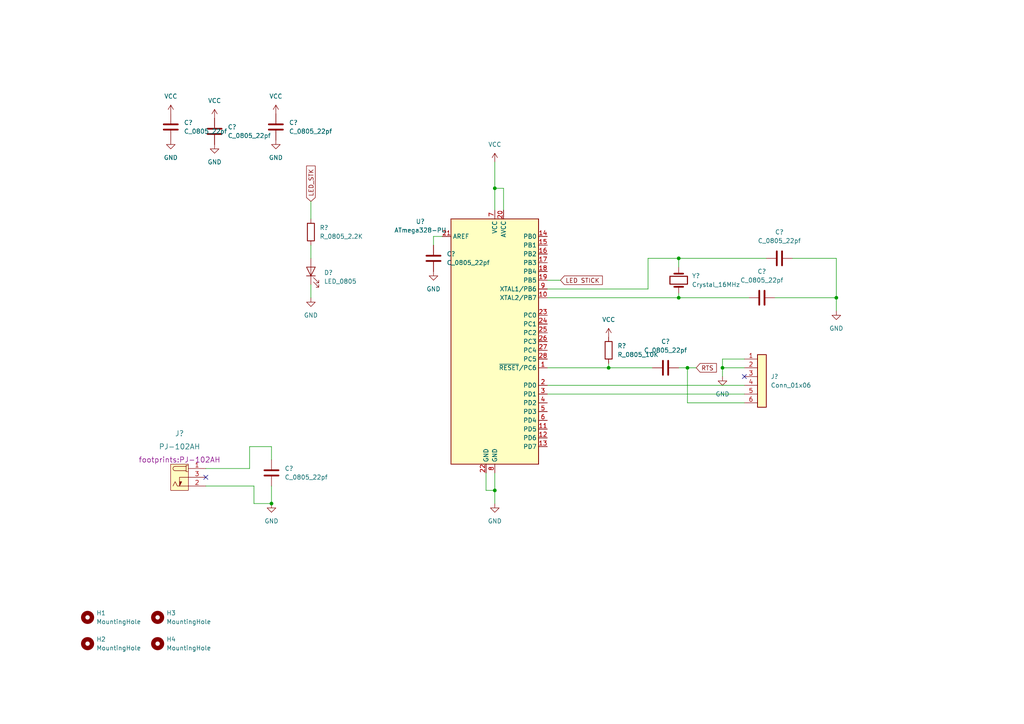
<source format=kicad_sch>
(kicad_sch (version 20211123) (generator eeschema)
  (paper "A4")
  (lib_symbols
    (symbol "HPS:ATmega328-PU"
      (property "Reference" "U" (at -11.43 39.37 0))
      (property "Value" "ATmega328-PU" (at -17.78 38.1 0))
      (symbol "ATmega328-PU_0_1"
        (rectangle (start -12.7 -35.56) (end 12.7 35.56) (stroke (width 0.254)) (fill (type background)))
      )
      (symbol "ATmega328-PU_1_1"
        (pin tri_state line (at 15.24 -7.62 180) (length 2.54) (name "~{RESET}/PC6") (number "1"))
        (pin tri_state line (at 15.24 12.7 180) (length 2.54) (name "XTAL2/PB7") (number "10"))
        (pin tri_state line (at 15.24 -25.4 180) (length 2.54) (name "PD5") (number "11"))
        (pin tri_state line (at 15.24 -27.94 180) (length 2.54) (name "PD6") (number "12"))
        (pin tri_state line (at 15.24 -30.48 180) (length 2.54) (name "PD7") (number "13"))
        (pin tri_state line (at 15.24 30.48 180) (length 2.54) (name "PB0") (number "14"))
        (pin tri_state line (at 15.24 27.94 180) (length 2.54) (name "PB1") (number "15"))
        (pin tri_state line (at 15.24 25.4 180) (length 2.54) (name "PB2") (number "16"))
        (pin tri_state line (at 15.24 22.86 180) (length 2.54) (name "PB3") (number "17"))
        (pin tri_state line (at 15.24 20.32 180) (length 2.54) (name "PB4") (number "18"))
        (pin tri_state line (at 15.24 17.78 180) (length 2.54) (name "PB5") (number "19"))
        (pin tri_state line (at 15.24 -12.7 180) (length 2.54) (name "PD0") (number "2"))
        (pin power_in line (at 2.54 38.1 270) (length 2.54) (name "AVCC") (number "20"))
        (pin passive line (at -15.24 30.48 0) (length 2.54) (name "AREF") (number "21"))
        (pin power_in line (at -2.54 -38.1 90) (length 2.54) (name "GND") (number "22"))
        (pin tri_state line (at 15.24 7.62 180) (length 2.54) (name "PC0") (number "23"))
        (pin tri_state line (at 15.24 5.08 180) (length 2.54) (name "PC1") (number "24"))
        (pin tri_state line (at 15.24 2.54 180) (length 2.54) (name "PC2") (number "25"))
        (pin tri_state line (at 15.24 0 180) (length 2.54) (name "PC3") (number "26"))
        (pin tri_state line (at 15.24 -2.54 180) (length 2.54) (name "PC4") (number "27"))
        (pin tri_state line (at 15.24 -5.08 180) (length 2.54) (name "PC5") (number "28"))
        (pin tri_state line (at 15.24 -15.24 180) (length 2.54) (name "PD1") (number "3"))
        (pin tri_state line (at 15.24 -17.78 180) (length 2.54) (name "PD2") (number "4"))
        (pin tri_state line (at 15.24 -20.32 180) (length 2.54) (name "PD3") (number "5"))
        (pin tri_state line (at 15.24 -22.86 180) (length 2.54) (name "PD4") (number "6"))
        (pin power_in line (at 0 38.1 270) (length 2.54) (name "VCC") (number "7"))
        (pin power_in line (at 0 -38.1 90) (length 2.54) (name "GND") (number "8"))
        (pin tri_state line (at 15.24 15.24 180) (length 2.54) (name "XTAL1/PB6") (number "9"))
      )
    )
    (symbol "HPS:C_0805_22pf" (pin_numbers hide) (pin_names (offset 0.254))
      (property "Reference" "C" (at 0.635 2.54 0))
      (property "Value" "C_0805_22pf" (at 0.635 -2.54 0))
      (symbol "C_0805_22pf_0_1"
        (polyline (pts (xy -2.032 -0.762) (xy 2.032 -0.762)) (stroke (width 0.508)))
        (polyline (pts (xy -2.032 0.762) (xy 2.032 0.762)) (stroke (width 0.508)))
      )
      (symbol "C_0805_22pf_1_1"
        (pin passive line (at 0 3.81 270) (length 2.794) (name "~") (number "1"))
        (pin passive line (at 0 -3.81 90) (length 2.794) (name "~") (number "2"))
      )
    )
    (symbol "HPS:Conn_01x06" (pin_names (offset 1.016) hide)
      (property "Reference" "J" (at 0 7.62 0))
      (property "Value" "Conn_01x06" (at 0 -10.16 0))
      (symbol "Conn_01x06_1_1"
        (rectangle (start -1.27 6.35) (end 1.27 -8.89) (stroke (width 0.254)) (fill (type background)))
        (pin passive line (at -5.08 5.08 0) (length 3.81) (name "Pin_1") (number "1"))
        (pin passive line (at -5.08 2.54 0) (length 3.81) (name "Pin_2") (number "2"))
        (pin passive line (at -5.08 0 0) (length 3.81) (name "Pin_3") (number "3"))
        (pin passive line (at -5.08 -2.54 0) (length 3.81) (name "Pin_4") (number "4"))
        (pin passive line (at -5.08 -5.08 0) (length 3.81) (name "Pin_5") (number "5"))
        (pin passive line (at -5.08 -7.62 0) (length 3.81) (name "Pin_6") (number "6"))
      )
    )
    (symbol "HPS:Crystal_16MHz" (pin_numbers hide) (pin_names (offset 1.016) hide)
      (property "Reference" "Y" (at 0 3.81 0))
      (property "Value" "Crystal_16MHz" (at 0 -3.81 0))
      (symbol "Crystal_16MHz_0_1"
        (rectangle (start -1.143 2.54) (end 1.143 -2.54) (stroke (width 0.3048)))
        (polyline (pts (xy -2.54 0) (xy -1.905 0)))
        (polyline (pts (xy -1.905 -1.27) (xy -1.905 1.27)) (stroke (width 0.508)))
        (polyline (pts (xy 1.905 -1.27) (xy 1.905 1.27)) (stroke (width 0.508)))
        (polyline (pts (xy 2.54 0) (xy 1.905 0)))
      )
      (symbol "Crystal_16MHz_1_1"
        (pin passive line (at -3.81 0 0) (length 1.27) (name "1") (number "1"))
        (pin passive line (at 3.81 0 180) (length 1.27) (name "2") (number "2"))
      )
    )
    (symbol "HPS:GND" (power) (pin_names (offset 0))
      (property "Value" "GND" (at 0 -3.81 0))
      (symbol "GND_0_1"
        (polyline (pts (xy 0 0) (xy 0 -1.27) (xy 1.27 -1.27) (xy 0 -2.54) (xy -1.27 -1.27) (xy 0 -1.27)))
      )
      (symbol "GND_1_1"
        (pin power_in line (at 0 0 270) (length 0) hide (name "GND") (number "1"))
      )
    )
    (symbol "HPS:LED_0805" (pin_numbers hide) (pin_names (offset 1.016) hide)
      (property "Reference" "D" (at 0 2.54 0))
      (property "Value" "LED_0805" (at 0 -2.54 0))
      (symbol "LED_0805_0_1"
        (polyline (pts (xy -1.27 -1.27) (xy -1.27 1.27)) (stroke (width 0.2032)))
        (polyline (pts (xy -1.27 0) (xy 1.27 0)))
        (polyline (pts (xy 1.27 -1.27) (xy 1.27 1.27) (xy -1.27 0) (xy 1.27 -1.27)) (stroke (width 0.2032)))
        (polyline (pts (xy -3.048 -0.762) (xy -4.572 -2.286) (xy -3.81 -2.286) (xy -4.572 -2.286) (xy -4.572 -1.524)))
        (polyline (pts (xy -1.778 -0.762) (xy -3.302 -2.286) (xy -2.54 -2.286) (xy -3.302 -2.286) (xy -3.302 -1.524)))
      )
      (symbol "LED_0805_1_1"
        (pin passive line (at -3.81 0 0) (length 2.54) (name "K") (number "1"))
        (pin passive line (at 3.81 0 180) (length 2.54) (name "A") (number "2"))
      )
    )
    (symbol "HPS:MountingHole" (pin_names (offset 1.016))
      (property "Reference" "H" (at 0 5.08 0))
      (property "Value" "MountingHole" (at 0 3.175 0))
      (symbol "MountingHole_0_1"
        (circle (center 0 0) (radius 1.27) (stroke (width 1.27)))
      )
    )
    (symbol "HPS:PJ-102AH" (pin_names (offset 1.016) hide)
      (property "Reference" "J" (at -2.54 5.08 0))
      (property "Value" "PJ-102AH" (at 0 -5.334 0))
      (property "Footprint" "footprints:PJ-102AH" (at 0 -7.874 0))
      (symbol "PJ-102AH_0_1"
        (arc (start -3.81 3.175) (mid -4.445 2.54) (end -3.81 1.905))
        (polyline (pts (xy -0.635 1.905) (xy -3.81 1.905)))
        (polyline (pts (xy -0.635 1.905) (xy -0.635 3.175)))
        (polyline (pts (xy -0.635 3.175) (xy -3.81 3.175)))
        (polyline (pts (xy -2.54 -1.27) (xy -2.54 0) (xy 0 0)))
        (polyline (pts (xy -0.635 1.905) (xy -0.635 1.651) (xy 0 1.651)))
        (polyline (pts (xy -0.635 3.175) (xy -0.635 3.429) (xy 0 3.429)))
        (polyline (pts (xy -2.54 -2.54) (xy -1.905 -1.27) (xy -2.54 -1.27) (xy -2.54 -2.54)) (fill (type outline)))
        (polyline (pts (xy 0 -2.54) (xy -3.175 -2.54) (xy -3.81 -1.27) (xy -4.445 -2.54)))
        (rectangle (start 0 3.81) (end -5.08 -3.81) (fill (type background)))
      )
      (symbol "PJ-102AH_1_1"
        (pin passive line (at 5.08 2.54 180) (length 5.08) (name "POLE") (number "1"))
        (pin passive line (at 5.08 -2.54 180) (length 5.08) (name "OUT") (number "2"))
        (pin passive line (at 5.08 0 180) (length 5.08) (name "OUT") (number "3"))
      )
    )
    (symbol "HPS:R_0805_10K" (pin_numbers hide) (pin_names (offset 0))
      (property "Reference" "R" (at 2.032 0 90))
      (property "Value" "R_0805_10K" (at -2.54 0 90))
      (symbol "R_0805_10K_0_1"
        (rectangle (start -1.016 -2.54) (end 1.016 2.54) (stroke (width 0.254)))
      )
      (symbol "R_0805_10K_1_1"
        (pin passive line (at 0 3.81 270) (length 1.27) (name "~") (number "1"))
        (pin passive line (at 0 -3.81 90) (length 1.27) (name "~") (number "2"))
      )
    )
    (symbol "HPS:R_0805_2.2K" (pin_numbers hide) (pin_names (offset 0))
      (property "Reference" "R" (at 2.032 0 90))
      (property "Value" "R_0805_2.2K" (at -2.54 0 90))
      (symbol "R_0805_2.2K_0_1"
        (rectangle (start -1.016 -2.54) (end 1.016 2.54) (stroke (width 0.254)))
      )
      (symbol "R_0805_2.2K_1_1"
        (pin passive line (at 0 3.81 270) (length 1.27) (name "~") (number "1"))
        (pin passive line (at 0 -3.81 90) (length 1.27) (name "~") (number "2"))
      )
    )
    (symbol "HPS:VCC" (power) (pin_names (offset 0))
      (property "Value" "VCC" (at 0 3.81 0))
      (symbol "VCC_0_1"
        (polyline (pts (xy -0.762 1.27) (xy 0 2.54)))
        (polyline (pts (xy 0 0) (xy 0 2.54)))
        (polyline (pts (xy 0 2.54) (xy 0.762 1.27)))
      )
      (symbol "VCC_1_1"
        (pin power_in line (at 0 0 90) (length 0) hide (name "VCC") (number "1"))
      )
    )
  )
  (junction (at 209.55 106.68))
  (junction (at 242.57 86.36))
  (junction (at 143.51 54.61))
  (junction (at 199.39 106.68))
  (junction (at 78.74 146.05))
  (junction (at 143.51 142.24))
  (junction (at 176.53 106.68))
  (junction (at 196.85 86.36))
  (junction (at 196.85 74.93))
  (no_connect (at 215.9 109.22))
  (no_connect (at 59.69 138.43))
  (wire (pts (xy 90.17 82.55) (xy 90.17 86.36)))
  (wire (pts (xy 59.69 140.97) (xy 73.66 140.97)))
  (wire (pts (xy 187.96 74.93) (xy 187.96 83.82)))
  (wire (pts (xy 78.74 129.54) (xy 72.39 129.54)))
  (wire (pts (xy 222.25 74.93) (xy 196.85 74.93)))
  (wire (pts (xy 196.85 74.93) (xy 187.96 74.93)))
  (wire (pts (xy 176.53 106.68) (xy 189.23 106.68)))
  (wire (pts (xy 215.9 106.68) (xy 209.55 106.68)))
  (wire (pts (xy 140.97 142.24) (xy 143.51 142.24)))
  (wire (pts (xy 90.17 71.12) (xy 90.17 74.93)))
  (wire (pts (xy 143.51 54.61) (xy 143.51 60.96)))
  (wire (pts (xy 158.75 114.3) (xy 215.9 114.3)))
  (wire (pts (xy 176.53 106.68) (xy 176.53 105.41)))
  (wire (pts (xy 125.73 68.58) (xy 128.27 68.58)))
  (wire (pts (xy 78.74 133.35) (xy 78.74 129.54)))
  (wire (pts (xy 140.97 137.16) (xy 140.97 142.24)))
  (wire (pts (xy 143.51 137.16) (xy 143.51 142.24)))
  (wire (pts (xy 90.17 58.42) (xy 90.17 63.5)))
  (wire (pts (xy 72.39 135.89) (xy 59.69 135.89)))
  (wire (pts (xy 196.85 106.68) (xy 199.39 106.68)))
  (wire (pts (xy 242.57 74.93) (xy 229.87 74.93)))
  (wire (pts (xy 242.57 86.36) (xy 242.57 90.17)))
  (wire (pts (xy 176.53 106.68) (xy 158.75 106.68)))
  (wire (pts (xy 78.74 140.97) (xy 78.74 146.05)))
  (wire (pts (xy 158.75 81.28) (xy 162.56 81.28)))
  (wire (pts (xy 209.55 106.68) (xy 209.55 109.22)))
  (wire (pts (xy 73.66 140.97) (xy 73.66 146.05)))
  (wire (pts (xy 146.05 60.96) (xy 146.05 54.61)))
  (wire (pts (xy 242.57 74.93) (xy 242.57 86.36)))
  (wire (pts (xy 73.66 146.05) (xy 78.74 146.05)))
  (wire (pts (xy 199.39 106.68) (xy 201.93 106.68)))
  (wire (pts (xy 143.51 46.99) (xy 143.51 54.61)))
  (wire (pts (xy 158.75 83.82) (xy 187.96 83.82)))
  (wire (pts (xy 143.51 142.24) (xy 143.51 146.05)))
  (wire (pts (xy 196.85 85.09) (xy 196.85 86.36)))
  (wire (pts (xy 199.39 116.84) (xy 215.9 116.84)))
  (wire (pts (xy 146.05 54.61) (xy 143.51 54.61)))
  (wire (pts (xy 196.85 86.36) (xy 217.17 86.36)))
  (wire (pts (xy 125.73 71.12) (xy 125.73 68.58)))
  (wire (pts (xy 158.75 111.76) (xy 215.9 111.76)))
  (wire (pts (xy 199.39 116.84) (xy 199.39 106.68)))
  (wire (pts (xy 209.55 104.14) (xy 209.55 106.68)))
  (wire (pts (xy 72.39 129.54) (xy 72.39 135.89)))
  (wire (pts (xy 215.9 104.14) (xy 209.55 104.14)))
  (wire (pts (xy 224.79 86.36) (xy 242.57 86.36)))
  (wire (pts (xy 196.85 74.93) (xy 196.85 77.47)))
  (wire (pts (xy 158.75 86.36) (xy 196.85 86.36)))
  (global_label "LED_STK" (shape input) (at 90.17 58.42 90) (property "Intersheet References" "${INTERSHEET_REFS}" (effects hide)))
  (global_label "LED STICK" (shape input) (at 162.56 81.28 0) (property "Intersheet References" "${INTERSHEET_REFS}" (effects hide)))
  (global_label "RTS" (shape input) (at 201.93 106.68 0) (property "Intersheet References" "${INTERSHEET_REFS}" (effects hide)))
  (symbol (lib_id "HPS:GND") (at 143.51 146.05 0) (unit 1)
    (property "Reference" "#PWR?" (effects hide))
    (property "Value" "GND" (at 143.51 151.13 0))
  )
  (symbol (lib_id "HPS:C_0805_22pf") (at 125.73 74.93 0) (unit 1)
    (property "Reference" "C?" (at 129.54 73.6599 0) (effects (justify left)))
    (property "Value" "C_0805_22pf" (at 129.54 76.1999 0) (effects (justify left)))
    (property "Footprint" "footprints:C_0805_2012Metric" (effects hide))
    (property "Datasheet" "https://www.yageo.com/upload/media/product/productsearch/datasheet/mlcc/UPY-GP_NP0_16V-to-50V_18.pdf" (effects hide))
    (property "MFG" "Yageo" (effects hide))
    (property "MPN" "CC0805JRNPO9BN220" (effects hide))
    (property "Digikey PN" "311-1103-1-ND" (effects hide))
    (property "Mouser PN" "N/A" (effects hide))
    (property "Voltage" "N/A" (effects hide))
    (property "Dielectric" "N/A" (effects hide))
    (property "Tolerance" "N/A" (effects hide))
  )
  (symbol (lib_id "HPS:GND") (at 80.01 40.64 0) (unit 1)
    (property "Reference" "#PWR?" (effects hide))
    (property "Value" "GND" (at 80.01 45.72 0))
  )
  (symbol (lib_id "HPS:C_0805_22pf") (at 226.06 74.93 90) (unit 1)
    (property "Reference" "C?" (at 226.06 67.31 90))
    (property "Value" "C_0805_22pf" (at 226.06 69.85 90))
    (property "Footprint" "footprints:C_0805_2012Metric" (effects hide))
    (property "Datasheet" "https://www.yageo.com/upload/media/product/productsearch/datasheet/mlcc/UPY-GP_NP0_16V-to-50V_18.pdf" (effects hide))
    (property "MFG" "Yageo" (effects hide))
    (property "MPN" "CC0805JRNPO9BN220" (effects hide))
    (property "Digikey PN" "311-1103-1-ND" (effects hide))
    (property "Mouser PN" "N/A" (effects hide))
    (property "Voltage" "N/A" (effects hide))
    (property "Dielectric" "N/A" (effects hide))
    (property "Tolerance" "N/A" (effects hide))
  )
  (symbol (lib_id "HPS:VCC") (at 176.53 97.79 0) (unit 1)
    (property "Reference" "#PWR?" (effects hide))
    (property "Value" "VCC" (at 176.53 92.71 0))
  )
  (symbol (lib_id "HPS:GND") (at 49.53 40.64 0) (unit 1)
    (property "Reference" "#PWR?" (effects hide))
    (property "Value" "GND" (at 49.53 45.72 0))
  )
  (symbol (lib_id "HPS:MountingHole") (at 45.72 179.07 0) (unit 1)
    (property "Reference" "H3" (at 48.26 177.7999 0) (effects (justify left)))
    (property "Value" "MountingHole" (at 48.26 180.3399 0) (effects (justify left)))
    (property "Footprint" "footprints:MountingHole_3.2mm_M3" (effects hide))
  )
  (symbol (lib_id "HPS:MountingHole") (at 25.4 179.07 0) (unit 1)
    (property "Reference" "H1" (at 27.94 177.7999 0) (effects (justify left)))
    (property "Value" "MountingHole" (at 27.94 180.3399 0) (effects (justify left)))
    (property "Footprint" "footprints:MountingHole_3.2mm_M3" (effects hide))
  )
  (symbol (lib_id "HPS:PJ-102AH") (at 54.61 138.43 0) (unit 1)
    (property "Reference" "J?" (at 52.07 125.73 0) (effects (font (size 1.524 1.524))))
    (property "Value" "PJ-102AH" (at 52.07 129.54 0) (effects (font (size 1.524 1.524))))
    (property "Footprint" "footprints:PJ-102AH" (at 52.07 133.35 0) (effects (font (size 1.524 1.524))))
    (property "Datasheet" "https://www.cuidevices.com/product/resource/pj-102ah.pdf" (effects hide))
    (property "MFG" "CUI Devices" (effects hide))
    (property "MPN" "PJ-102AH" (effects hide))
    (property "Digikey PN" "CP-102AH-ND" (effects hide))
    (property "Mouser PN" "490-PJ-102AH" (effects hide))
  )
  (symbol (lib_id "HPS:ATmega328-PU") (at 143.51 99.06 0) (unit 1)
    (property "Reference" "U?" (at 121.92 64.2493 0))
    (property "Value" "ATmega328-PU" (at 121.92 66.7893 0))
    (property "Footprint" "footprints:DIP-28_W7.62mm" (effects hide))
    (property "Datasheet" "http://www.microchip.com/mymicrochip/filehandler.aspx?ddocname=en608326" (effects hide))
    (property "MFG" "On Shore Technology Inc." (effects hide))
    (property "MPN" "ED281DT" (effects hide))
    (property "Digikey PN" "ED3050-5-ND" (effects hide))
    (property "Mouser PN" "N/A" (effects hide))
  )
  (symbol (lib_id "HPS:Conn_01x06") (at 220.98 109.22 0) (unit 1)
    (property "Reference" "J?" (at 223.52 109.2199 0) (effects (justify left)))
    (property "Value" "Conn_01x06" (at 223.52 111.7599 0) (effects (justify left)))
    (property "Footprint" "footprints:PinHeader_1x06_P2.54mm_Vertical" (effects hide))
    (property "Datasheet" "https://www.we-online.de/katalog/datasheet/6130xx11121.pdf" (effects hide))
    (property "MFG" "Würth Elektronik" (effects hide))
    (property "MPN" "61300611121" (effects hide))
    (property "Digikey PN" "732-5319-ND" (effects hide))
    (property "Mouser PN" "N/A" (effects hide))
  )
  (symbol (lib_id "HPS:C_0805_22pf") (at 193.04 106.68 90) (unit 1)
    (property "Reference" "C?" (at 193.04 99.06 90))
    (property "Value" "C_0805_22pf" (at 193.04 101.6 90))
    (property "Footprint" "footprints:C_0805_2012Metric" (effects hide))
    (property "Datasheet" "https://www.yageo.com/upload/media/product/productsearch/datasheet/mlcc/UPY-GP_NP0_16V-to-50V_18.pdf" (effects hide))
    (property "MFG" "Yageo" (effects hide))
    (property "MPN" "CC0805JRNPO9BN220" (effects hide))
    (property "Digikey PN" "311-1103-1-ND" (effects hide))
    (property "Mouser PN" "N/A" (effects hide))
    (property "Voltage" "N/A" (effects hide))
    (property "Dielectric" "N/A" (effects hide))
    (property "Tolerance" "N/A" (effects hide))
  )
  (symbol (lib_id "HPS:R_0805_2.2K") (at 90.17 67.31 0) (unit 1)
    (property "Reference" "R?" (at 92.71 66.0399 0) (effects (justify left)))
    (property "Value" "R_0805_2.2K" (at 92.71 68.5799 0) (effects (justify left)))
    (property "Footprint" "footprints:R_0805_2012Metric" (effects hide))
    (property "Datasheet" "https://www.digikey.com/en/products/detail/yageo/RC0805FR-072K2L/727676" (effects hide))
    (property "MFG" "N/A" (effects hide))
    (property "MPN" "N/A" (effects hide))
    (property "Digikey PN" "311-2.20KCRCT-ND" (effects hide))
    (property "Mouser PN" "N/A" (effects hide))
    (property "Power" "N/A" (effects hide))
    (property "Tolerance" "N/A" (effects hide))
  )
  (symbol (lib_id "HPS:C_0805_22pf") (at 49.53 36.83 0) (unit 1)
    (property "Reference" "C?" (at 53.34 35.5599 0) (effects (justify left)))
    (property "Value" "C_0805_22pf" (at 53.34 38.0999 0) (effects (justify left)))
    (property "Footprint" "footprints:C_0805_2012Metric" (effects hide))
    (property "Datasheet" "https://www.yageo.com/upload/media/product/productsearch/datasheet/mlcc/UPY-GP_NP0_16V-to-50V_18.pdf" (effects hide))
    (property "MFG" "Yageo" (effects hide))
    (property "MPN" "CC0805JRNPO9BN220" (effects hide))
    (property "Digikey PN" "311-1103-1-ND" (effects hide))
    (property "Mouser PN" "N/A" (effects hide))
    (property "Voltage" "N/A" (effects hide))
    (property "Dielectric" "N/A" (effects hide))
    (property "Tolerance" "N/A" (effects hide))
  )
  (symbol (lib_id "HPS:LED_0805") (at 90.17 78.74 90) (unit 1)
    (property "Reference" "D?" (at 93.98 79.0701 90) (effects (justify right)))
    (property "Value" "LED_0805" (at 93.98 81.6101 90) (effects (justify right)))
    (property "Footprint" "footprints:LED_0805_2012Metric" (effects hide))
    (property "Datasheet" "https://www.we-online.de/katalog/datasheet/150080RS75000.pdf" (effects hide))
    (property "MFG" "Würth Elektronik" (effects hide))
    (property "MPN" "150080RS75000" (effects hide))
    (property "Digikey PN" "732-4984-1-ND" (effects hide))
    (property "Mouser PN" "N/A" (effects hide))
  )
  (symbol (lib_id "HPS:C_0805_22pf") (at 78.74 137.16 180) (unit 1)
    (property "Reference" "C?" (at 82.55 135.8899 0) (effects (justify right)))
    (property "Value" "C_0805_22pf" (at 82.55 138.4299 0) (effects (justify right)))
    (property "Footprint" "footprints:C_0805_2012Metric" (effects hide))
    (property "Datasheet" "https://www.yageo.com/upload/media/product/productsearch/datasheet/mlcc/UPY-GP_NP0_16V-to-50V_18.pdf" (effects hide))
    (property "MFG" "Yageo" (effects hide))
    (property "MPN" "CC0805JRNPO9BN220" (effects hide))
    (property "Digikey PN" "311-1103-1-ND" (effects hide))
    (property "Mouser PN" "N/A" (effects hide))
    (property "Voltage" "N/A" (effects hide))
    (property "Dielectric" "N/A" (effects hide))
    (property "Tolerance" "N/A" (effects hide))
  )
  (symbol (lib_id "HPS:GND") (at 62.23 41.91 0) (unit 1)
    (property "Reference" "#PWR?" (effects hide))
    (property "Value" "GND" (at 62.23 46.99 0))
  )
  (symbol (lib_id "HPS:VCC") (at 80.01 33.02 0) (unit 1)
    (property "Reference" "#PWR?" (effects hide))
    (property "Value" "VCC" (at 80.01 27.94 0))
  )
  (symbol (lib_id "HPS:C_0805_22pf") (at 62.23 38.1 0) (unit 1)
    (property "Reference" "C?" (at 66.04 36.8299 0) (effects (justify left)))
    (property "Value" "C_0805_22pf" (at 66.04 39.3699 0) (effects (justify left)))
    (property "Footprint" "footprints:C_0805_2012Metric" (effects hide))
    (property "Datasheet" "https://www.yageo.com/upload/media/product/productsearch/datasheet/mlcc/UPY-GP_NP0_16V-to-50V_18.pdf" (effects hide))
    (property "MFG" "Yageo" (effects hide))
    (property "MPN" "CC0805JRNPO9BN220" (effects hide))
    (property "Digikey PN" "311-1103-1-ND" (effects hide))
    (property "Mouser PN" "N/A" (effects hide))
    (property "Voltage" "N/A" (effects hide))
    (property "Dielectric" "N/A" (effects hide))
    (property "Tolerance" "N/A" (effects hide))
  )
  (symbol (lib_id "HPS:GND") (at 125.73 78.74 0) (unit 1)
    (property "Reference" "#PWR?" (effects hide))
    (property "Value" "GND" (at 125.73 83.82 0))
  )
  (symbol (lib_id "HPS:C_0805_22pf") (at 220.98 86.36 90) (unit 1)
    (property "Reference" "C?" (at 220.98 78.74 90))
    (property "Value" "C_0805_22pf" (at 220.98 81.28 90))
    (property "Footprint" "footprints:C_0805_2012Metric" (effects hide))
    (property "Datasheet" "https://www.yageo.com/upload/media/product/productsearch/datasheet/mlcc/UPY-GP_NP0_16V-to-50V_18.pdf" (effects hide))
    (property "MFG" "Yageo" (effects hide))
    (property "MPN" "CC0805JRNPO9BN220" (effects hide))
    (property "Digikey PN" "311-1103-1-ND" (effects hide))
    (property "Mouser PN" "N/A" (effects hide))
    (property "Voltage" "N/A" (effects hide))
    (property "Dielectric" "N/A" (effects hide))
    (property "Tolerance" "N/A" (effects hide))
  )
  (symbol (lib_id "HPS:VCC") (at 62.23 34.29 0) (unit 1)
    (property "Reference" "#PWR?" (effects hide))
    (property "Value" "VCC" (at 62.23 29.21 0))
  )
  (symbol (lib_id "HPS:C_0805_22pf") (at 80.01 36.83 0) (unit 1)
    (property "Reference" "C?" (at 83.82 35.5599 0) (effects (justify left)))
    (property "Value" "C_0805_22pf" (at 83.82 38.0999 0) (effects (justify left)))
    (property "Footprint" "footprints:C_0805_2012Metric" (effects hide))
    (property "Datasheet" "https://www.yageo.com/upload/media/product/productsearch/datasheet/mlcc/UPY-GP_NP0_16V-to-50V_18.pdf" (effects hide))
    (property "MFG" "Yageo" (effects hide))
    (property "MPN" "CC0805JRNPO9BN220" (effects hide))
    (property "Digikey PN" "311-1103-1-ND" (effects hide))
    (property "Mouser PN" "N/A" (effects hide))
    (property "Voltage" "N/A" (effects hide))
    (property "Dielectric" "N/A" (effects hide))
    (property "Tolerance" "N/A" (effects hide))
  )
  (symbol (lib_id "HPS:MountingHole") (at 25.4 186.69 0) (unit 1)
    (property "Reference" "H2" (at 27.94 185.4199 0) (effects (justify left)))
    (property "Value" "MountingHole" (at 27.94 187.9599 0) (effects (justify left)))
    (property "Footprint" "footprints:MountingHole_3.2mm_M3" (effects hide))
  )
  (symbol (lib_id "HPS:GND") (at 242.57 90.17 0) (unit 1)
    (property "Reference" "#PWR?" (effects hide))
    (property "Value" "GND" (at 242.57 95.25 0))
  )
  (symbol (lib_id "HPS:GND") (at 209.55 109.22 0) (unit 1)
    (property "Reference" "#PWR?" (effects hide))
    (property "Value" "GND" (at 209.55 114.3 0))
  )
  (symbol (lib_id "HPS:GND") (at 90.17 86.36 0) (unit 1)
    (property "Reference" "#PWR?" (effects hide))
    (property "Value" "GND" (at 90.17 91.44 0))
  )
  (symbol (lib_id "HPS:VCC") (at 143.51 46.99 0) (unit 1)
    (property "Reference" "#PWR?" (effects hide))
    (property "Value" "VCC" (at 143.51 41.91 0))
  )
  (symbol (lib_id "HPS:VCC") (at 49.53 33.02 0) (unit 1)
    (property "Reference" "#PWR?" (effects hide))
    (property "Value" "VCC" (at 49.53 27.94 0))
  )
  (symbol (lib_id "HPS:R_0805_10K") (at 176.53 101.6 0) (unit 1)
    (property "Reference" "R?" (at 179.07 100.3299 0) (effects (justify left)))
    (property "Value" "R_0805_10K" (at 179.07 102.8699 0) (effects (justify left)))
    (property "Footprint" "footprints:R_0805_2012Metric" (effects hide))
    (property "Datasheet" "https://www.digikey.com/en/products/detail/yageo/RC0805FR-0710KL/727535" (effects hide))
    (property "MFG" "Yageo" (effects hide))
    (property "MPN" "RC0805FR-0710KL" (effects hide))
    (property "Digikey PN" "311-10.0KCRCT-ND" (effects hide))
    (property "Mouser PN" "N/A" (effects hide))
    (property "Power" "N/A" (effects hide))
    (property "Tolerance" "N/A" (effects hide))
  )
  (symbol (lib_id "HPS:GND") (at 78.74 146.05 0) (unit 1)
    (property "Reference" "#PWR?" (effects hide))
    (property "Value" "GND" (at 78.74 151.13 0))
  )
  (symbol (lib_id "HPS:Crystal_16MHz") (at 196.85 81.28 90) (unit 1)
    (property "Reference" "Y?" (at 200.66 80.0099 90) (effects (justify right)))
    (property "Value" "Crystal_16MHz" (at 200.66 82.5499 90) (effects (justify right)))
    (property "Footprint" "footprints:Crystal_SMD_HC49-SD" (effects hide))
    (property "Datasheet" "https://ecsxtal.com/store/pdf/csm-7x-dn.pdf" (effects hide))
    (property "MFG" "ECS Inc." (effects hide))
    (property "MPN" "ECS-160-20-5PXDN-TR" (effects hide))
    (property "Digikey PN" "XC1299CT-ND" (effects hide))
    (property "Mouser PN" "N/A" (effects hide))
  )
  (symbol (lib_id "HPS:MountingHole") (at 45.72 186.69 0) (unit 1)
    (property "Reference" "H4" (at 48.26 185.4199 0) (effects (justify left)))
    (property "Value" "MountingHole" (at 48.26 187.9599 0) (effects (justify left)))
    (property "Footprint" "footprints:MountingHole_3.2mm_M3" (effects hide))
  )
)
</source>
